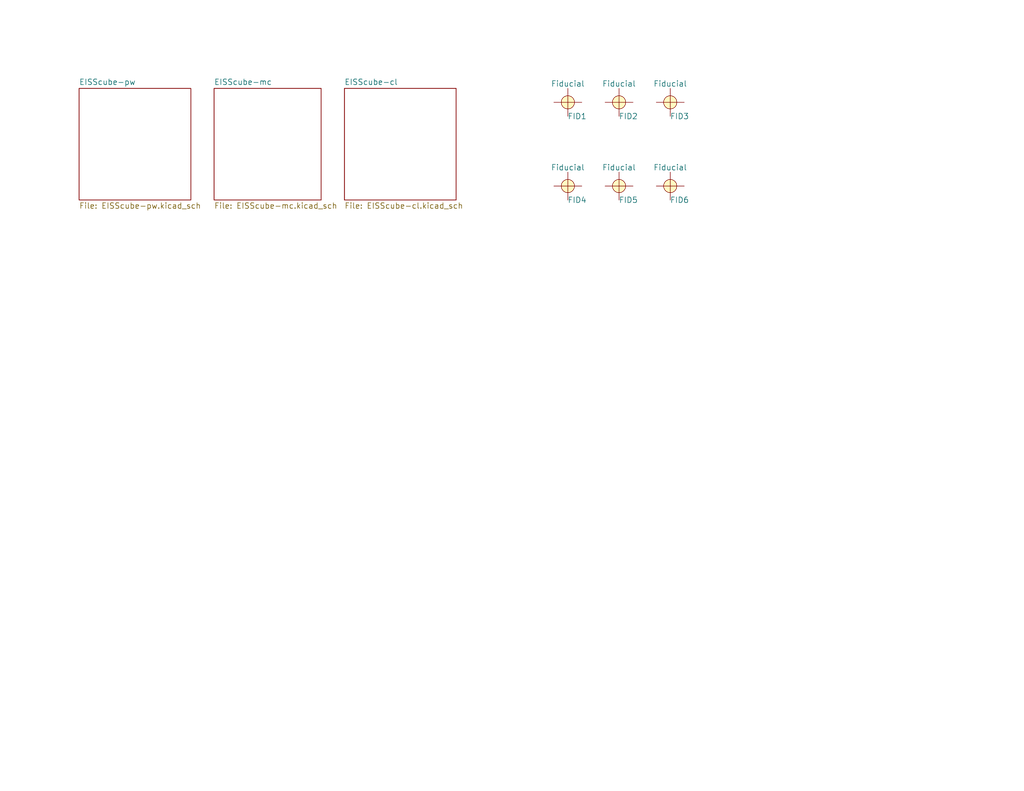
<source format=kicad_sch>
(kicad_sch (version 20230121) (generator eeschema)
  (paper "USLetter")
  (title_block (title "EISScube v.3.0 LTE") (date "2018-03-15") (rev "1.0") (company "IPKeys Technologies, LLC") (comment 1 "Yuriy Kozhynov (ykozhynov@ipkeys.com)"))
  (lib_symbols
    (symbol "EISScube_LTE:Fiducial" (pin_names (offset 1.016))
      (property "Reference" "FID" (at 2.54 -3.81 0))
      (property "Value" "Fiducial" (at 0 5.08 0))
      (symbol "Fiducial_0_1"
        (polyline (pts (xy -3.81 0) (xy 3.81 0)))
        (polyline (pts (xy 0 3.81) (xy 0 -3.81)))
        (circle (center 0 0) (radius 1.8034) (fill (type background)))
      )
    )
  )
  (symbol (lib_id "EISScube_LTE:Fiducial") (at 154.94 27.94 0) (unit 1)
    (property "Reference" "FID1" (at 157.48 31.75 0) (effects (font (size 1.524 1.524))))
    (property "Value" "Fiducial" (at 154.94 22.86 0) (effects (font (size 1.524 1.524))))
    (property "Footprint" "Fiducials:Fiducial_1mm_Dia_2.54mm_Outer_CopperTop" (effects hide))
  )
  (symbol (lib_id "EISScube_LTE:Fiducial") (at 168.91 27.94 0) (unit 1)
    (property "Reference" "FID2" (at 171.45 31.75 0) (effects (font (size 1.524 1.524))))
    (property "Value" "Fiducial" (at 168.91 22.86 0) (effects (font (size 1.524 1.524))))
    (property "Footprint" "Fiducials:Fiducial_1mm_Dia_2.54mm_Outer_CopperTop" (effects hide))
  )
  (symbol (lib_id "EISScube_LTE:Fiducial") (at 182.88 27.94 0) (unit 1)
    (property "Reference" "FID3" (at 185.42 31.75 0) (effects (font (size 1.524 1.524))))
    (property "Value" "Fiducial" (at 182.88 22.86 0) (effects (font (size 1.524 1.524))))
    (property "Footprint" "Fiducials:Fiducial_1mm_Dia_2.54mm_Outer_CopperTop" (effects hide))
  )
  (symbol (lib_id "EISScube_LTE:Fiducial") (at 154.94 50.8 0) (unit 1)
    (property "Reference" "FID4" (at 157.48 54.61 0) (effects (font (size 1.524 1.524))))
    (property "Value" "Fiducial" (at 154.94 45.72 0) (effects (font (size 1.524 1.524))))
    (property "Footprint" "Fiducials:Fiducial_1mm_Dia_2.54mm_Outer_CopperBottom" (effects hide))
  )
  (symbol (lib_id "EISScube_LTE:Fiducial") (at 168.91 50.8 0) (unit 1)
    (property "Reference" "FID5" (at 171.45 54.61 0) (effects (font (size 1.524 1.524))))
    (property "Value" "Fiducial" (at 168.91 45.72 0) (effects (font (size 1.524 1.524))))
    (property "Footprint" "Fiducials:Fiducial_1mm_Dia_2.54mm_Outer_CopperBottom" (effects hide))
  )
  (symbol (lib_id "EISScube_LTE:Fiducial") (at 182.88 50.8 0) (unit 1)
    (property "Reference" "FID6" (at 185.42 54.61 0) (effects (font (size 1.524 1.524))))
    (property "Value" "Fiducial" (at 182.88 45.72 0) (effects (font (size 1.524 1.524))))
    (property "Footprint" "Fiducials:Fiducial_1mm_Dia_2.54mm_Outer_CopperBottom" (effects hide))
  )
  (sheet (at 58.42 24.13) (size 29.21 30.48)
    (property "Sheetname" "EISScube-mc" (at 58.42 23.2914 0) (effects (font (size 1.524 1.524)) (justify left bottom)))
    (property "Sheetfile" "EISScube-mc.kicad_sch" (at 58.42 55.2962 0) (effects (font (size 1.524 1.524)) (justify left top)))
  )
  (sheet (at 93.98 24.13) (size 30.48 30.48)
    (property "Sheetname" "EISScube-cl" (at 93.98 23.2914 0) (effects (font (size 1.524 1.524)) (justify left bottom)))
    (property "Sheetfile" "EISScube-cl.kicad_sch" (at 93.98 55.2962 0) (effects (font (size 1.524 1.524)) (justify left top)))
  )
  (sheet (at 21.59 24.13) (size 30.48 30.48)
    (property "Sheetname" "EISScube-pw" (at 21.59 23.2914 0) (effects (font (size 1.524 1.524)) (justify left bottom)))
    (property "Sheetfile" "EISScube-pw.kicad_sch" (at 21.59 55.2962 0) (effects (font (size 1.524 1.524)) (justify left top)))
  )
)
</source>
